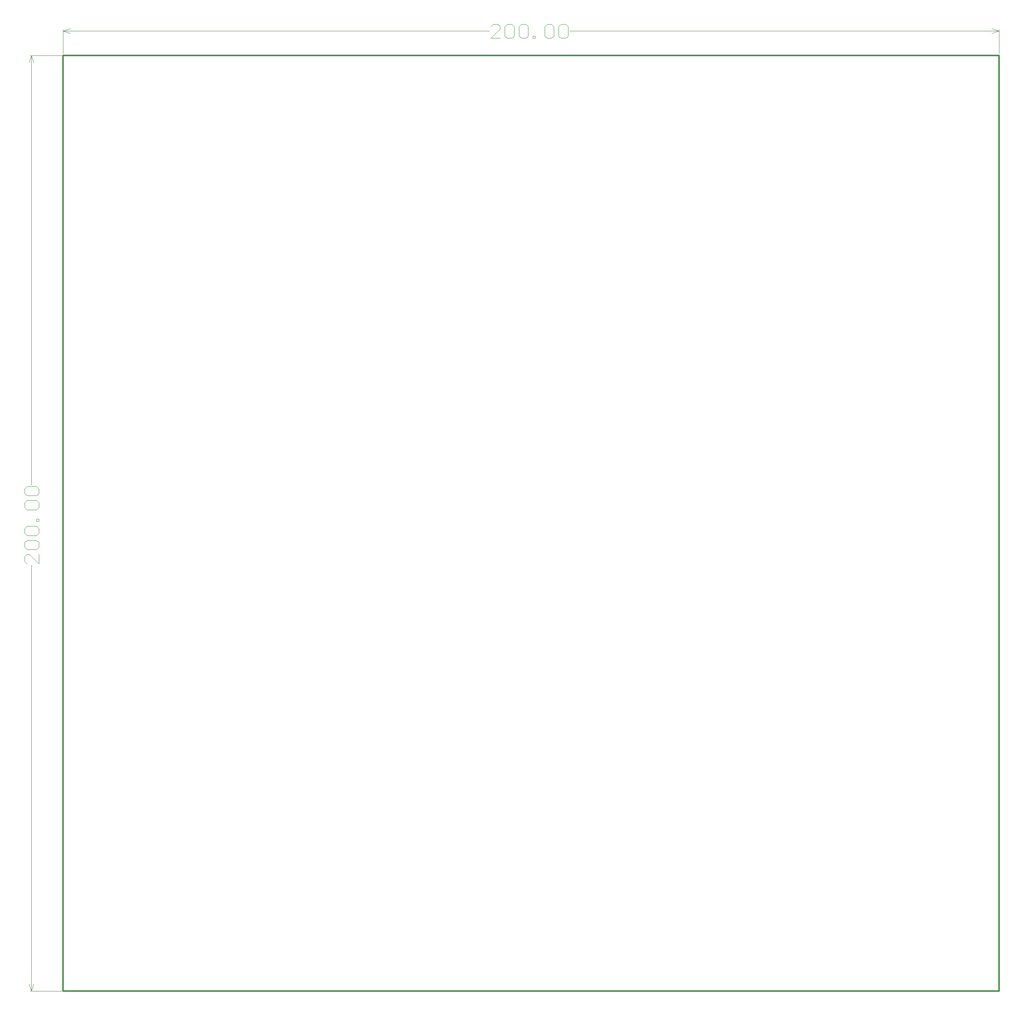
<source format=gm1>
G04*
G04 #@! TF.GenerationSoftware,Altium Limited,Altium Designer,20.0.13 (296)*
G04*
G04 Layer_Color=1930808*
%FSLAX24Y24*%
%MOIN*%
G70*
G01*
G75*
%ADD12C,0.0039*%
%ADD68C,0.0118*%
D12*
X78140Y80618D02*
X78740Y80818D01*
X78140Y81018D02*
X78740Y80818D01*
X0D02*
X600Y81018D01*
X0Y80818D02*
X600Y80618D01*
X42617Y80818D02*
X78740D01*
X0D02*
X35844D01*
X78740Y78899D02*
Y80918D01*
X0Y78899D02*
Y80918D01*
X-2889Y600D02*
X-2689Y0D01*
X-2489Y600D01*
X-2689Y78740D02*
X-2489Y78140D01*
X-2889D02*
X-2689Y78740D01*
Y0D02*
Y35844D01*
Y42617D02*
Y78740D01*
X-2789Y0D02*
X-159D01*
X-2789Y78740D02*
X-159D01*
X36771Y80188D02*
X35984D01*
X36771Y80975D01*
Y81172D01*
X36574Y81369D01*
X36181D01*
X35984Y81172D01*
X37164D02*
X37361Y81369D01*
X37755D01*
X37952Y81172D01*
Y80385D01*
X37755Y80188D01*
X37361D01*
X37164Y80385D01*
Y81172D01*
X38345D02*
X38542Y81369D01*
X38936D01*
X39132Y81172D01*
Y80385D01*
X38936Y80188D01*
X38542D01*
X38345Y80385D01*
Y81172D01*
X39526Y80188D02*
Y80385D01*
X39723D01*
Y80188D01*
X39526D01*
X40510Y81172D02*
X40707Y81369D01*
X41100D01*
X41297Y81172D01*
Y80385D01*
X41100Y80188D01*
X40707D01*
X40510Y80385D01*
Y81172D01*
X41691D02*
X41887Y81369D01*
X42281D01*
X42478Y81172D01*
Y80385D01*
X42281Y80188D01*
X41887D01*
X41691Y80385D01*
Y81172D01*
X-2059Y36771D02*
Y35984D01*
X-2846Y36771D01*
X-3043D01*
X-3240Y36574D01*
Y36181D01*
X-3043Y35984D01*
Y37164D02*
X-3240Y37361D01*
Y37755D01*
X-3043Y37952D01*
X-2256D01*
X-2059Y37755D01*
Y37361D01*
X-2256Y37164D01*
X-3043D01*
Y38345D02*
X-3240Y38542D01*
Y38936D01*
X-3043Y39132D01*
X-2256D01*
X-2059Y38936D01*
Y38542D01*
X-2256Y38345D01*
X-3043D01*
X-2059Y39526D02*
X-2256D01*
Y39723D01*
X-2059D01*
Y39526D01*
X-3043Y40510D02*
X-3240Y40707D01*
Y41100D01*
X-3043Y41297D01*
X-2256D01*
X-2059Y41100D01*
Y40707D01*
X-2256Y40510D01*
X-3043D01*
Y41691D02*
X-3240Y41887D01*
Y42281D01*
X-3043Y42478D01*
X-2256D01*
X-2059Y42281D01*
Y41887D01*
X-2256Y41691D01*
X-3043D01*
D68*
X78740Y0D02*
Y78740D01*
X0Y0D02*
X78740D01*
X0D02*
Y78740D01*
X78740D01*
M02*

</source>
